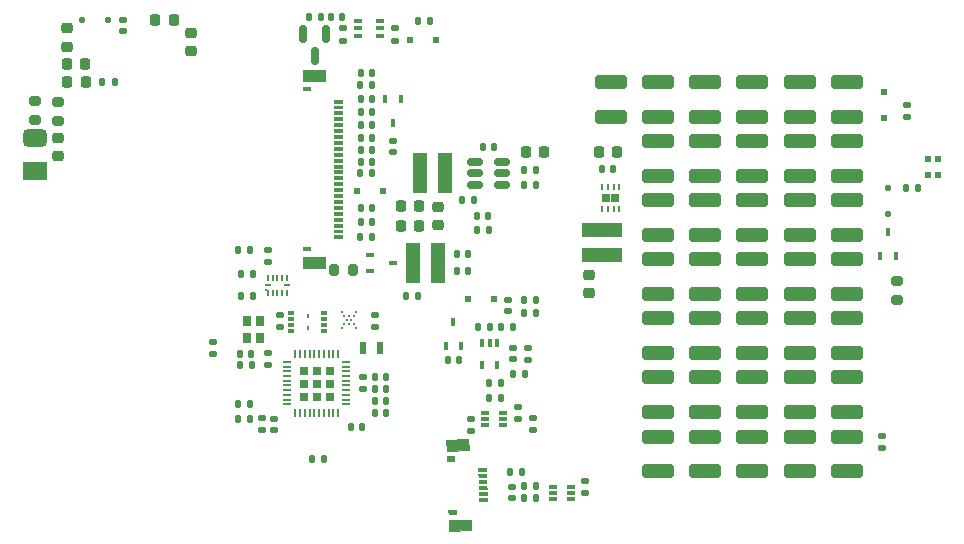
<source format=gbr>
%TF.GenerationSoftware,KiCad,Pcbnew,7.99.0-1761-g0fd2efa283*%
%TF.CreationDate,2023-08-22T00:04:27+03:00*%
%TF.ProjectId,Kampela_G2,4b616d70-656c-4615-9f47-322e6b696361,rev?*%
%TF.SameCoordinates,Original*%
%TF.FileFunction,Paste,Top*%
%TF.FilePolarity,Positive*%
%FSLAX46Y46*%
G04 Gerber Fmt 4.6, Leading zero omitted, Abs format (unit mm)*
G04 Created by KiCad (PCBNEW 7.99.0-1761-g0fd2efa283) date 2023-08-22 00:04:27*
%MOMM*%
%LPD*%
G01*
G04 APERTURE LIST*
G04 Aperture macros list*
%AMRoundRect*
0 Rectangle with rounded corners*
0 $1 Rounding radius*
0 $2 $3 $4 $5 $6 $7 $8 $9 X,Y pos of 4 corners*
0 Add a 4 corners polygon primitive as box body*
4,1,4,$2,$3,$4,$5,$6,$7,$8,$9,$2,$3,0*
0 Add four circle primitives for the rounded corners*
1,1,$1+$1,$2,$3*
1,1,$1+$1,$4,$5*
1,1,$1+$1,$6,$7*
1,1,$1+$1,$8,$9*
0 Add four rect primitives between the rounded corners*
20,1,$1+$1,$2,$3,$4,$5,0*
20,1,$1+$1,$4,$5,$6,$7,0*
20,1,$1+$1,$6,$7,$8,$9,0*
20,1,$1+$1,$8,$9,$2,$3,0*%
G04 Aperture macros list end*
%ADD10C,0.010000*%
%ADD11C,0.120000*%
%ADD12RoundRect,0.140000X0.140000X0.170000X-0.140000X0.170000X-0.140000X-0.170000X0.140000X-0.170000X0*%
%ADD13RoundRect,0.135000X-0.135000X-0.185000X0.135000X-0.185000X0.135000X0.185000X-0.135000X0.185000X0*%
%ADD14RoundRect,0.250000X-1.100000X0.325000X-1.100000X-0.325000X1.100000X-0.325000X1.100000X0.325000X0*%
%ADD15RoundRect,0.135000X0.135000X0.185000X-0.135000X0.185000X-0.135000X-0.185000X0.135000X-0.185000X0*%
%ADD16RoundRect,0.135000X0.185000X-0.135000X0.185000X0.135000X-0.185000X0.135000X-0.185000X-0.135000X0*%
%ADD17RoundRect,0.140000X-0.140000X-0.170000X0.140000X-0.170000X0.140000X0.170000X-0.140000X0.170000X0*%
%ADD18RoundRect,0.135000X-0.185000X0.135000X-0.185000X-0.135000X0.185000X-0.135000X0.185000X0.135000X0*%
%ADD19R,0.700000X0.450000*%
%ADD20RoundRect,0.050000X0.050000X0.150000X-0.050000X0.150000X-0.050000X-0.150000X0.050000X-0.150000X0*%
%ADD21RoundRect,0.022500X0.237500X0.117500X-0.237500X0.117500X-0.237500X-0.117500X0.237500X-0.117500X0*%
%ADD22RoundRect,0.140000X-0.170000X0.140000X-0.170000X-0.140000X0.170000X-0.140000X0.170000X0.140000X0*%
%ADD23R,0.800000X0.400000*%
%ADD24R,0.450000X0.700000*%
%ADD25RoundRect,0.250000X1.100000X-0.325000X1.100000X0.325000X-1.100000X0.325000X-1.100000X-0.325000X0*%
%ADD26R,0.400000X0.650000*%
%ADD27RoundRect,0.150000X0.512500X0.150000X-0.512500X0.150000X-0.512500X-0.150000X0.512500X-0.150000X0*%
%ADD28R,2.000000X1.500000*%
%ADD29RoundRect,0.200000X0.275000X-0.200000X0.275000X0.200000X-0.275000X0.200000X-0.275000X-0.200000X0*%
%ADD30R,0.700000X0.340000*%
%ADD31RoundRect,0.225000X0.250000X-0.225000X0.250000X0.225000X-0.250000X0.225000X-0.250000X-0.225000X0*%
%ADD32R,0.650000X0.400000*%
%ADD33RoundRect,0.147500X0.147500X0.172500X-0.147500X0.172500X-0.147500X-0.172500X0.147500X-0.172500X0*%
%ADD34RoundRect,0.140000X0.170000X-0.140000X0.170000X0.140000X-0.170000X0.140000X-0.170000X-0.140000X0*%
%ADD35R,1.300000X3.400000*%
%ADD36R,0.600000X1.100000*%
%ADD37R,0.800000X0.900000*%
%ADD38RoundRect,0.225000X-0.225000X-0.250000X0.225000X-0.250000X0.225000X0.250000X-0.225000X0.250000X0*%
%ADD39R,0.200000X0.600000*%
%ADD40R,0.250000X0.150000*%
%ADD41R,0.600000X0.200000*%
%ADD42RoundRect,0.218750X0.218750X0.256250X-0.218750X0.256250X-0.218750X-0.256250X0.218750X-0.256250X0*%
%ADD43RoundRect,0.200000X-0.275000X0.200000X-0.275000X-0.200000X0.275000X-0.200000X0.275000X0.200000X0*%
%ADD44RoundRect,0.125000X0.125000X0.125000X-0.125000X0.125000X-0.125000X-0.125000X0.125000X-0.125000X0*%
%ADD45RoundRect,0.225000X-0.250000X0.225000X-0.250000X-0.225000X0.250000X-0.225000X0.250000X0.225000X0*%
%ADD46RoundRect,0.200000X0.200000X0.275000X-0.200000X0.275000X-0.200000X-0.275000X0.200000X-0.275000X0*%
%ADD47C,0.200000*%
%ADD48R,0.200000X0.740000*%
%ADD49R,0.740000X0.200000*%
%ADD50RoundRect,0.150000X-0.150000X0.587500X-0.150000X-0.587500X0.150000X-0.587500X0.150000X0.587500X0*%
%ADD51R,0.500000X0.500000*%
%ADD52R,0.600000X0.600000*%
%ADD53R,3.400000X1.300000*%
%ADD54RoundRect,0.218750X0.256250X-0.218750X0.256250X0.218750X-0.256250X0.218750X-0.256250X-0.218750X0*%
%ADD55R,0.650000X0.750000*%
%ADD56R,0.250000X0.500000*%
%ADD57RoundRect,0.225000X0.225000X0.250000X-0.225000X0.250000X-0.225000X-0.250000X0.225000X-0.250000X0*%
%ADD58RoundRect,0.125000X-0.125000X0.125000X-0.125000X-0.125000X0.125000X-0.125000X0.125000X0.125000X0*%
%ADD59RoundRect,0.375000X-0.625000X-0.375000X0.625000X-0.375000X0.625000X0.375000X-0.625000X0.375000X0*%
%ADD60RoundRect,0.147500X0.172500X-0.147500X0.172500X0.147500X-0.172500X0.147500X-0.172500X-0.147500X0*%
G04 APERTURE END LIST*
D10*
%TO.C,J4*%
X112750000Y-103140000D02*
X110900000Y-103140000D01*
X110900000Y-102240000D01*
X112750000Y-102240000D01*
X112750000Y-103140000D01*
G36*
X112750000Y-103140000D02*
G01*
X110900000Y-103140000D01*
X110900000Y-102240000D01*
X112750000Y-102240000D01*
X112750000Y-103140000D01*
G37*
X112750000Y-118940000D02*
X110900000Y-118940000D01*
X110900000Y-118040000D01*
X112750000Y-118040000D01*
X112750000Y-118940000D01*
G36*
X112750000Y-118940000D02*
G01*
X110900000Y-118940000D01*
X110900000Y-118040000D01*
X112750000Y-118040000D01*
X112750000Y-118940000D01*
G37*
X114200000Y-104960000D02*
X113550000Y-104960000D01*
X113550000Y-104710000D01*
X114200000Y-104710000D01*
X114200000Y-104960000D01*
G36*
X114200000Y-104960000D02*
G01*
X113550000Y-104960000D01*
X113550000Y-104710000D01*
X114200000Y-104710000D01*
X114200000Y-104960000D01*
G37*
X114200000Y-105460000D02*
X113550000Y-105460000D01*
X113550000Y-105210000D01*
X114200000Y-105210000D01*
X114200000Y-105460000D01*
G36*
X114200000Y-105460000D02*
G01*
X113550000Y-105460000D01*
X113550000Y-105210000D01*
X114200000Y-105210000D01*
X114200000Y-105460000D01*
G37*
X114200000Y-105960000D02*
X113550000Y-105960000D01*
X113550000Y-105710000D01*
X114200000Y-105710000D01*
X114200000Y-105960000D01*
G36*
X114200000Y-105960000D02*
G01*
X113550000Y-105960000D01*
X113550000Y-105710000D01*
X114200000Y-105710000D01*
X114200000Y-105960000D01*
G37*
X114200000Y-106460000D02*
X113550000Y-106460000D01*
X113550000Y-106210000D01*
X114200000Y-106210000D01*
X114200000Y-106460000D01*
G36*
X114200000Y-106460000D02*
G01*
X113550000Y-106460000D01*
X113550000Y-106210000D01*
X114200000Y-106210000D01*
X114200000Y-106460000D01*
G37*
X114200000Y-106960000D02*
X113550000Y-106960000D01*
X113550000Y-106710000D01*
X114200000Y-106710000D01*
X114200000Y-106960000D01*
G36*
X114200000Y-106960000D02*
G01*
X113550000Y-106960000D01*
X113550000Y-106710000D01*
X114200000Y-106710000D01*
X114200000Y-106960000D01*
G37*
X114200000Y-107460000D02*
X113550000Y-107460000D01*
X113550000Y-107210000D01*
X114200000Y-107210000D01*
X114200000Y-107460000D01*
G36*
X114200000Y-107460000D02*
G01*
X113550000Y-107460000D01*
X113550000Y-107210000D01*
X114200000Y-107210000D01*
X114200000Y-107460000D01*
G37*
X114200000Y-107960000D02*
X113550000Y-107960000D01*
X113550000Y-107710000D01*
X114200000Y-107710000D01*
X114200000Y-107960000D01*
G36*
X114200000Y-107960000D02*
G01*
X113550000Y-107960000D01*
X113550000Y-107710000D01*
X114200000Y-107710000D01*
X114200000Y-107960000D01*
G37*
X114200000Y-108460000D02*
X113550000Y-108460000D01*
X113550000Y-108210000D01*
X114200000Y-108210000D01*
X114200000Y-108460000D01*
G36*
X114200000Y-108460000D02*
G01*
X113550000Y-108460000D01*
X113550000Y-108210000D01*
X114200000Y-108210000D01*
X114200000Y-108460000D01*
G37*
X114200000Y-108960000D02*
X113550000Y-108960000D01*
X113550000Y-108710000D01*
X114200000Y-108710000D01*
X114200000Y-108960000D01*
G36*
X114200000Y-108960000D02*
G01*
X113550000Y-108960000D01*
X113550000Y-108710000D01*
X114200000Y-108710000D01*
X114200000Y-108960000D01*
G37*
X114200000Y-109460000D02*
X113550000Y-109460000D01*
X113550000Y-109210000D01*
X114200000Y-109210000D01*
X114200000Y-109460000D01*
G36*
X114200000Y-109460000D02*
G01*
X113550000Y-109460000D01*
X113550000Y-109210000D01*
X114200000Y-109210000D01*
X114200000Y-109460000D01*
G37*
X114200000Y-109960000D02*
X113550000Y-109960000D01*
X113550000Y-109710000D01*
X114200000Y-109709999D01*
X114200000Y-109960000D01*
G36*
X114200000Y-109960000D02*
G01*
X113550000Y-109960000D01*
X113550000Y-109710000D01*
X114200000Y-109709999D01*
X114200000Y-109960000D01*
G37*
X114200000Y-110460000D02*
X113550000Y-110460000D01*
X113550000Y-110210000D01*
X114200000Y-110210000D01*
X114200000Y-110460000D01*
G36*
X114200000Y-110460000D02*
G01*
X113550000Y-110460000D01*
X113550000Y-110210000D01*
X114200000Y-110210000D01*
X114200000Y-110460000D01*
G37*
X114200000Y-110960000D02*
X113550000Y-110960000D01*
X113550000Y-110710000D01*
X114200000Y-110710000D01*
X114200000Y-110960000D01*
G36*
X114200000Y-110960000D02*
G01*
X113550000Y-110960000D01*
X113550000Y-110710000D01*
X114200000Y-110710000D01*
X114200000Y-110960000D01*
G37*
X114200000Y-111460000D02*
X113550000Y-111460000D01*
X113550000Y-111210000D01*
X114200000Y-111210000D01*
X114200000Y-111460000D01*
G36*
X114200000Y-111460000D02*
G01*
X113550000Y-111460000D01*
X113550000Y-111210000D01*
X114200000Y-111210000D01*
X114200000Y-111460000D01*
G37*
X114200000Y-111960000D02*
X113550000Y-111960000D01*
X113550000Y-111710000D01*
X114200000Y-111710000D01*
X114200000Y-111960000D01*
G36*
X114200000Y-111960000D02*
G01*
X113550000Y-111960000D01*
X113550000Y-111710000D01*
X114200000Y-111710000D01*
X114200000Y-111960000D01*
G37*
X114200000Y-112460000D02*
X113550000Y-112460000D01*
X113550000Y-112210000D01*
X114200000Y-112210000D01*
X114200000Y-112460000D01*
G36*
X114200000Y-112460000D02*
G01*
X113550000Y-112460000D01*
X113550000Y-112210000D01*
X114200000Y-112210000D01*
X114200000Y-112460000D01*
G37*
X114200000Y-112960001D02*
X113550000Y-112960000D01*
X113550000Y-112710000D01*
X114200000Y-112710000D01*
X114200000Y-112960001D01*
G36*
X114200000Y-112960001D02*
G01*
X113550000Y-112960000D01*
X113550000Y-112710000D01*
X114200000Y-112710000D01*
X114200000Y-112960001D01*
G37*
X114200000Y-113460000D02*
X113550000Y-113460000D01*
X113550000Y-113210000D01*
X114200000Y-113210000D01*
X114200000Y-113460000D01*
G36*
X114200000Y-113460000D02*
G01*
X113550000Y-113460000D01*
X113550000Y-113210000D01*
X114200000Y-113210000D01*
X114200000Y-113460000D01*
G37*
X114200000Y-113960000D02*
X113550000Y-113960000D01*
X113550000Y-113710000D01*
X114200000Y-113710000D01*
X114200000Y-113960000D01*
G36*
X114200000Y-113960000D02*
G01*
X113550000Y-113960000D01*
X113550000Y-113710000D01*
X114200000Y-113710000D01*
X114200000Y-113960000D01*
G37*
X114200000Y-114460000D02*
X113550000Y-114460000D01*
X113550000Y-114210000D01*
X114200000Y-114210000D01*
X114200000Y-114460000D01*
G36*
X114200000Y-114460000D02*
G01*
X113550000Y-114460000D01*
X113550000Y-114210000D01*
X114200000Y-114210000D01*
X114200000Y-114460000D01*
G37*
X114200000Y-114960000D02*
X113550000Y-114960000D01*
X113550000Y-114710000D01*
X114200000Y-114710000D01*
X114200000Y-114960000D01*
G36*
X114200000Y-114960000D02*
G01*
X113550000Y-114960000D01*
X113550000Y-114710000D01*
X114200000Y-114710000D01*
X114200000Y-114960000D01*
G37*
X114200000Y-115460000D02*
X113550000Y-115460000D01*
X113550000Y-115210000D01*
X114200000Y-115210000D01*
X114200000Y-115460000D01*
G36*
X114200000Y-115460000D02*
G01*
X113550000Y-115460000D01*
X113550000Y-115210000D01*
X114200000Y-115210000D01*
X114200000Y-115460000D01*
G37*
X114200000Y-115960000D02*
X113550000Y-115960000D01*
X113550000Y-115710000D01*
X114200000Y-115710000D01*
X114200000Y-115960000D01*
G36*
X114200000Y-115960000D02*
G01*
X113550000Y-115960000D01*
X113550000Y-115710000D01*
X114200000Y-115710000D01*
X114200000Y-115960000D01*
G37*
X114200000Y-116460000D02*
X113550000Y-116460000D01*
X113550000Y-116210000D01*
X114200000Y-116210000D01*
X114200000Y-116460000D01*
G36*
X114200000Y-116460000D02*
G01*
X113550000Y-116460000D01*
X113550000Y-116210000D01*
X114200000Y-116210000D01*
X114200000Y-116460000D01*
G37*
D11*
%TO.C,U6*%
X111280000Y-127910000D02*
X110680000Y-127910000D01*
X110680000Y-127310000D01*
X111280000Y-127310000D01*
X111280000Y-127910000D01*
G36*
X111280000Y-127910000D02*
G01*
X110680000Y-127910000D01*
X110680000Y-127310000D01*
X111280000Y-127310000D01*
X111280000Y-127910000D01*
G37*
X111280000Y-129010000D02*
X110680000Y-129010000D01*
X110680000Y-128410000D01*
X111280000Y-128410000D01*
X111280000Y-129010000D01*
G36*
X111280000Y-129010000D02*
G01*
X110680000Y-129010000D01*
X110680000Y-128410000D01*
X111280000Y-128410000D01*
X111280000Y-129010000D01*
G37*
X111280000Y-130110000D02*
X110680000Y-130110000D01*
X110680000Y-129510000D01*
X111280000Y-129510000D01*
X111280000Y-130110000D01*
G36*
X111280000Y-130110000D02*
G01*
X110680000Y-130110000D01*
X110680000Y-129510000D01*
X111280000Y-129510000D01*
X111280000Y-130110000D01*
G37*
X112380000Y-127910000D02*
X111780000Y-127910000D01*
X111780000Y-127310000D01*
X112380000Y-127310000D01*
X112380000Y-127910000D01*
G36*
X112380000Y-127910000D02*
G01*
X111780000Y-127910000D01*
X111780000Y-127310000D01*
X112380000Y-127310000D01*
X112380000Y-127910000D01*
G37*
X112380000Y-129010000D02*
X111780000Y-129010000D01*
X111780000Y-128410000D01*
X112380000Y-128410000D01*
X112380000Y-129010000D01*
G36*
X112380000Y-129010000D02*
G01*
X111780000Y-129010000D01*
X111780000Y-128410000D01*
X112380000Y-128410000D01*
X112380000Y-129010000D01*
G37*
X112380000Y-130110000D02*
X111780000Y-130110000D01*
X111780000Y-129510000D01*
X112380000Y-129510000D01*
X112380000Y-130110000D01*
G36*
X112380000Y-130110000D02*
G01*
X111780000Y-130110000D01*
X111780000Y-129510000D01*
X112380000Y-129510000D01*
X112380000Y-130110000D01*
G37*
X113480000Y-127910000D02*
X112880000Y-127910000D01*
X112880000Y-127310000D01*
X113480000Y-127310000D01*
X113480000Y-127910000D01*
G36*
X113480000Y-127910000D02*
G01*
X112880000Y-127910000D01*
X112880000Y-127310000D01*
X113480000Y-127310000D01*
X113480000Y-127910000D01*
G37*
X113480000Y-129010000D02*
X112880000Y-129010000D01*
X112880000Y-128410000D01*
X113480000Y-128410000D01*
X113480000Y-129010000D01*
G36*
X113480000Y-129010000D02*
G01*
X112880000Y-129010000D01*
X112880000Y-128410000D01*
X113480000Y-128410000D01*
X113480000Y-129010000D01*
G37*
X113480000Y-130110000D02*
X112880000Y-130110000D01*
X112880000Y-129510000D01*
X113480000Y-129510000D01*
X113480000Y-130110000D01*
G36*
X113480000Y-130110000D02*
G01*
X112880000Y-130110000D01*
X112880000Y-129510000D01*
X113480000Y-129510000D01*
X113480000Y-130110000D01*
G37*
D10*
%TO.C,J5*%
X123709197Y-135316434D02*
X123114461Y-135334190D01*
X123102226Y-134924373D01*
X123696969Y-134906617D01*
X123709197Y-135316434D01*
G36*
X123709197Y-135316434D02*
G01*
X123114461Y-135334190D01*
X123102226Y-134924373D01*
X123696969Y-134906617D01*
X123709197Y-135316434D01*
G37*
X123843182Y-139804435D02*
X123248446Y-139822191D01*
X123236808Y-139432364D01*
X123831543Y-139414609D01*
X123843182Y-139804435D01*
G36*
X123843182Y-139804435D02*
G01*
X123248446Y-139822191D01*
X123236808Y-139432364D01*
X123831543Y-139414609D01*
X123843182Y-139804435D01*
G37*
X124936781Y-134379385D02*
X123087605Y-134434591D01*
X123060748Y-133534992D01*
X124909924Y-133479786D01*
X124936781Y-134379385D01*
G36*
X124936781Y-134379385D02*
G01*
X123087605Y-134434591D01*
X123060748Y-133534992D01*
X124909924Y-133479786D01*
X124936781Y-134379385D01*
G37*
X125139697Y-141176357D02*
X123290521Y-141231563D01*
X123263665Y-140331964D01*
X125112841Y-140276757D01*
X125139697Y-141176357D01*
G36*
X125139697Y-141176357D02*
G01*
X123290521Y-141231563D01*
X123263665Y-140331964D01*
X125112841Y-140276757D01*
X125139697Y-141176357D01*
G37*
X126415605Y-136161049D02*
X125765895Y-136180446D01*
X125758434Y-135930557D01*
X126408145Y-135911161D01*
X126415605Y-136161049D01*
G36*
X126415605Y-136161049D02*
G01*
X125765895Y-136180446D01*
X125758434Y-135930557D01*
X126408145Y-135911161D01*
X126415605Y-136161049D01*
G37*
X126430526Y-136660827D02*
X125780815Y-136680223D01*
X125773355Y-136430334D01*
X126423066Y-136410938D01*
X126430526Y-136660827D01*
G36*
X126430526Y-136660827D02*
G01*
X125780815Y-136680223D01*
X125773355Y-136430334D01*
X126423066Y-136410938D01*
X126430526Y-136660827D01*
G37*
X126445445Y-137160604D02*
X125795735Y-137180001D01*
X125788275Y-136930112D01*
X126437985Y-136910716D01*
X126445445Y-137160604D01*
G36*
X126445445Y-137160604D02*
G01*
X125795735Y-137180001D01*
X125788275Y-136930112D01*
X126437985Y-136910716D01*
X126445445Y-137160604D01*
G37*
X126460367Y-137660382D02*
X125810657Y-137679778D01*
X125803196Y-137429889D01*
X126452907Y-137410493D01*
X126460367Y-137660382D01*
G36*
X126460367Y-137660382D02*
G01*
X125810657Y-137679778D01*
X125803196Y-137429889D01*
X126452907Y-137410493D01*
X126460367Y-137660382D01*
G37*
X126475287Y-138160159D02*
X125825576Y-138179554D01*
X125818116Y-137929667D01*
X126467826Y-137910270D01*
X126475287Y-138160159D01*
G36*
X126475287Y-138160159D02*
G01*
X125825576Y-138179554D01*
X125818116Y-137929667D01*
X126467826Y-137910270D01*
X126475287Y-138160159D01*
G37*
X126490207Y-138659936D02*
X125840497Y-138679333D01*
X125833036Y-138429444D01*
X126482747Y-138410048D01*
X126490207Y-138659936D01*
G36*
X126490207Y-138659936D02*
G01*
X125840497Y-138679333D01*
X125833036Y-138429444D01*
X126482747Y-138410048D01*
X126490207Y-138659936D01*
G37*
%TD*%
D12*
%TO.C,C25*%
X137165000Y-110590000D03*
X136205000Y-110590000D03*
%TD*%
%TO.C,C52*%
X116755000Y-106830000D03*
X115795000Y-106830000D03*
%TD*%
D13*
%TO.C,R2*%
X129630000Y-122740000D03*
X130650000Y-122740000D03*
%TD*%
D14*
%TO.C,C76*%
X152960000Y-113235001D03*
X152960000Y-116185001D03*
%TD*%
D15*
%TO.C,R26*%
X129470000Y-136210000D03*
X128450000Y-136210000D03*
%TD*%
%TO.C,R29*%
X130620000Y-137460000D03*
X129600000Y-137460000D03*
%TD*%
D16*
%TO.C,R5*%
X129960000Y-126720000D03*
X129960000Y-125700000D03*
%TD*%
D17*
%TO.C,C26*%
X124405000Y-113210000D03*
X125365000Y-113210000D03*
%TD*%
D15*
%TO.C,R30*%
X162970000Y-112210000D03*
X161950000Y-112210000D03*
%TD*%
D13*
%TO.C,R6*%
X129600000Y-138460000D03*
X130620000Y-138460000D03*
%TD*%
D18*
%TO.C,R12*%
X107460000Y-131700000D03*
X107460000Y-132720000D03*
%TD*%
D19*
%TO.C,Q2*%
X116560000Y-117890000D03*
X116560000Y-119190000D03*
X118560000Y-118540000D03*
%TD*%
D20*
%TO.C,U4*%
X111330000Y-124011250D03*
X111330000Y-123011250D03*
D21*
X112730000Y-124261250D03*
X112730000Y-123761250D03*
X112730000Y-123261250D03*
X112730000Y-122761250D03*
X109930000Y-122761250D03*
X109930000Y-123261250D03*
X109930000Y-123761250D03*
X109930000Y-124261250D03*
%TD*%
D14*
%TO.C,C62*%
X144961000Y-123210000D03*
X144961000Y-126160000D03*
%TD*%
D22*
%TO.C,C20*%
X108460000Y-131730000D03*
X108460000Y-132690000D03*
%TD*%
D18*
%TO.C,R17*%
X162070000Y-105185000D03*
X162070000Y-106205000D03*
%TD*%
D23*
%TO.C,J4*%
X111300000Y-103835000D03*
X111300000Y-117335000D03*
%TD*%
D24*
%TO.C,Q5*%
X159810000Y-117960000D03*
X161110000Y-117960000D03*
X160460000Y-115960000D03*
%TD*%
D25*
%TO.C,C61*%
X144960000Y-121185001D03*
X144960000Y-118235001D03*
%TD*%
D26*
%TO.C,U1*%
X127360000Y-125290000D03*
X126710000Y-125290000D03*
X126060000Y-125290000D03*
X126060000Y-127190000D03*
X127360000Y-127190000D03*
%TD*%
D12*
%TO.C,C40*%
X106550000Y-126210000D03*
X105590000Y-126210000D03*
%TD*%
D22*
%TO.C,C57*%
X128610000Y-137480000D03*
X128610000Y-138440000D03*
%TD*%
D27*
%TO.C,U2*%
X127772500Y-111910000D03*
X127772500Y-110960000D03*
X127772500Y-110010000D03*
X125497500Y-110010000D03*
X125497500Y-110960000D03*
X125497500Y-111910000D03*
%TD*%
D13*
%TO.C,R35*%
X119650000Y-121310000D03*
X120670000Y-121310000D03*
%TD*%
%TO.C,R11*%
X105450000Y-131710000D03*
X106470000Y-131710000D03*
%TD*%
D28*
%TO.C,J2*%
X88210000Y-110740000D03*
%TD*%
D14*
%TO.C,C74*%
X152960000Y-103235001D03*
X152960000Y-106185001D03*
%TD*%
%TO.C,C78*%
X152960000Y-123235001D03*
X152960000Y-126185001D03*
%TD*%
D13*
%TO.C,R34*%
X105450000Y-117440000D03*
X106470000Y-117440000D03*
%TD*%
D14*
%TO.C,C8*%
X156960000Y-123235001D03*
X156960000Y-126185001D03*
%TD*%
D29*
%TO.C,R10*%
X90210000Y-106535001D03*
X90210000Y-104885001D03*
%TD*%
D30*
%TO.C,Q3*%
X126360000Y-131220000D03*
X126360000Y-131720000D03*
X126360000Y-132220000D03*
X127860000Y-132220000D03*
X127860000Y-131720000D03*
X127860000Y-131220000D03*
%TD*%
%TO.C,Q4*%
X133580000Y-138485000D03*
X133580000Y-137985000D03*
X133580000Y-137485000D03*
X132080000Y-137485000D03*
X132080000Y-137985000D03*
X132080000Y-138485000D03*
%TD*%
D31*
%TO.C,C21*%
X101460000Y-100635000D03*
X101460000Y-99085000D03*
%TD*%
D25*
%TO.C,C77*%
X152960000Y-121185001D03*
X152960000Y-118235001D03*
%TD*%
D14*
%TO.C,C66*%
X148960000Y-103235001D03*
X148960000Y-106185001D03*
%TD*%
D15*
%TO.C,R3*%
X127720000Y-128710000D03*
X126700000Y-128710000D03*
%TD*%
D17*
%TO.C,C87*%
X113300000Y-97685000D03*
X114260000Y-97685000D03*
%TD*%
D25*
%TO.C,C71*%
X148960000Y-131185001D03*
X148960000Y-128235001D03*
%TD*%
D17*
%TO.C,C27*%
X125650000Y-114540000D03*
X126610000Y-114540000D03*
%TD*%
D18*
%TO.C,R18*%
X107980000Y-126200000D03*
X107980000Y-127220000D03*
%TD*%
D25*
%TO.C,C13*%
X140960000Y-131185001D03*
X140960000Y-128235001D03*
%TD*%
D22*
%TO.C,C33*%
X116980000Y-122980000D03*
X116980000Y-123940000D03*
%TD*%
D25*
%TO.C,C63*%
X144960000Y-131185001D03*
X144960000Y-128235001D03*
%TD*%
D12*
%TO.C,C23*%
X127115000Y-108710000D03*
X126155000Y-108710000D03*
%TD*%
D31*
%TO.C,C12*%
X90960000Y-100235001D03*
X90960000Y-98685001D03*
%TD*%
D32*
%TO.C,Q9*%
X115550000Y-98035000D03*
X115550000Y-98685000D03*
X115550000Y-99335000D03*
X117450000Y-99335000D03*
X117450000Y-98685000D03*
X117450000Y-98035000D03*
%TD*%
D33*
%TO.C,FB1*%
X129680000Y-127960000D03*
X128710000Y-127960000D03*
%TD*%
D25*
%TO.C,C59*%
X144960000Y-111185001D03*
X144960000Y-108235001D03*
%TD*%
D34*
%TO.C,C3*%
X128260000Y-122620000D03*
X128260000Y-121660000D03*
%TD*%
D18*
%TO.C,R33*%
X107960000Y-117440000D03*
X107960000Y-118460000D03*
%TD*%
D35*
%TO.C,L1*%
X122935000Y-110960000D03*
X120835000Y-110960000D03*
%TD*%
D17*
%TO.C,C48*%
X115795000Y-105730000D03*
X116755000Y-105730000D03*
%TD*%
D36*
%TO.C,Y1*%
X117430000Y-125710000D03*
X116030000Y-125710000D03*
%TD*%
D22*
%TO.C,C28*%
X159960000Y-133230000D03*
X159960000Y-134190000D03*
%TD*%
D37*
%TO.C,Y2*%
X107280000Y-124860000D03*
X107280000Y-123460000D03*
X106180000Y-123460000D03*
X106180000Y-124860000D03*
%TD*%
D14*
%TO.C,C60*%
X144960000Y-113235001D03*
X144960000Y-116185001D03*
%TD*%
D34*
%TO.C,C32*%
X108980000Y-123940000D03*
X108980000Y-122980000D03*
%TD*%
D13*
%TO.C,R1*%
X93940000Y-103210001D03*
X94960000Y-103210001D03*
%TD*%
D12*
%TO.C,C49*%
X116780000Y-115110000D03*
X115820000Y-115110000D03*
%TD*%
D14*
%TO.C,C72*%
X148960000Y-133235001D03*
X148960000Y-136185001D03*
%TD*%
D13*
%TO.C,R24*%
X115780000Y-110955000D03*
X116800000Y-110955000D03*
%TD*%
D25*
%TO.C,C69*%
X148960000Y-121185001D03*
X148960000Y-118235001D03*
%TD*%
D17*
%TO.C,C47*%
X115780000Y-103430000D03*
X116740000Y-103430000D03*
%TD*%
D38*
%TO.C,C31*%
X119210000Y-113740000D03*
X120760000Y-113740000D03*
%TD*%
D12*
%TO.C,C54*%
X116760000Y-102430000D03*
X115800000Y-102430000D03*
%TD*%
D25*
%TO.C,C19*%
X140960000Y-111185001D03*
X140960000Y-108235001D03*
%TD*%
D14*
%TO.C,C84*%
X156960000Y-113235001D03*
X156960000Y-116185001D03*
%TD*%
D13*
%TO.C,R7*%
X127710000Y-123960000D03*
X128730000Y-123960000D03*
%TD*%
D31*
%TO.C,C30*%
X135160000Y-121115000D03*
X135160000Y-119565000D03*
%TD*%
D14*
%TO.C,C70*%
X148960000Y-123235001D03*
X148960000Y-126185001D03*
%TD*%
D39*
%TO.C,U7*%
X107960000Y-121090000D03*
D40*
X107785000Y-120865000D03*
D39*
X108360000Y-121090000D03*
X108760000Y-121090000D03*
X109160000Y-121090000D03*
X109560000Y-121090000D03*
D41*
X109560000Y-120440000D03*
D39*
X109560000Y-119790000D03*
X109160000Y-119790000D03*
X108760000Y-119790000D03*
X108360000Y-119790000D03*
X107960000Y-119790000D03*
D41*
X107960000Y-120440000D03*
%TD*%
D12*
%TO.C,C50*%
X116760000Y-109955000D03*
X115800000Y-109955000D03*
%TD*%
D42*
%TO.C,FB2*%
X99997500Y-97960000D03*
X98422500Y-97960000D03*
%TD*%
D43*
%TO.C,R9*%
X88210000Y-104810001D03*
X88210000Y-106460001D03*
%TD*%
D14*
%TO.C,C81*%
X140960000Y-123235001D03*
X140960000Y-126185001D03*
%TD*%
D25*
%TO.C,C65*%
X156960000Y-131185001D03*
X156960000Y-128235001D03*
%TD*%
%TO.C,C79*%
X152960000Y-131185001D03*
X152960000Y-128235001D03*
%TD*%
D17*
%TO.C,C37*%
X116980000Y-129210000D03*
X117940000Y-129210000D03*
%TD*%
%TO.C,C35*%
X116980000Y-131210000D03*
X117940000Y-131210000D03*
%TD*%
D13*
%TO.C,R4*%
X125700000Y-123960000D03*
X126720000Y-123960000D03*
%TD*%
D14*
%TO.C,C58*%
X144960000Y-103235001D03*
X144960000Y-106185001D03*
%TD*%
D44*
%TO.C,D6*%
X94450000Y-97935000D03*
X92250000Y-97935000D03*
%TD*%
D14*
%TO.C,C6*%
X140960000Y-113235001D03*
X140960000Y-116185001D03*
%TD*%
%TO.C,C73*%
X156960000Y-133235001D03*
X156960000Y-136185001D03*
%TD*%
D12*
%TO.C,C56*%
X116780000Y-113880000D03*
X115820000Y-113880000D03*
%TD*%
D45*
%TO.C,C9*%
X90210000Y-107960001D03*
X90210000Y-109510001D03*
%TD*%
D46*
%TO.C,R22*%
X115160000Y-119140000D03*
X113510000Y-119140000D03*
%TD*%
D17*
%TO.C,C38*%
X116980000Y-130210000D03*
X117940000Y-130210000D03*
%TD*%
D13*
%TO.C,R40*%
X111390000Y-97685000D03*
X112410000Y-97685000D03*
%TD*%
D17*
%TO.C,C44*%
X123960000Y-117740000D03*
X124920000Y-117740000D03*
%TD*%
D35*
%TO.C,L3*%
X122360000Y-118540000D03*
X120260000Y-118540000D03*
%TD*%
D38*
%TO.C,C24*%
X135960000Y-109140000D03*
X137510000Y-109140000D03*
%TD*%
D12*
%TO.C,C55*%
X116760000Y-107955000D03*
X115800000Y-107955000D03*
%TD*%
%TO.C,C43*%
X124920000Y-119240000D03*
X123960000Y-119240000D03*
%TD*%
D15*
%TO.C,R31*%
X112670000Y-135150001D03*
X111650000Y-135150001D03*
%TD*%
D13*
%TO.C,R15*%
X125640000Y-115790000D03*
X126660000Y-115790000D03*
%TD*%
D16*
%TO.C,R42*%
X114300000Y-99705000D03*
X114300000Y-98685000D03*
%TD*%
D13*
%TO.C,R13*%
X120690000Y-98059999D03*
X121710000Y-98059999D03*
%TD*%
D14*
%TO.C,C68*%
X148960000Y-113235001D03*
X148960000Y-116185001D03*
%TD*%
D25*
%TO.C,C75*%
X152960000Y-111185001D03*
X152960000Y-108235001D03*
%TD*%
D29*
%TO.C,R32*%
X161210000Y-121710001D03*
X161210000Y-120060001D03*
%TD*%
D18*
%TO.C,R23*%
X134830000Y-136975000D03*
X134830000Y-137995000D03*
%TD*%
D17*
%TO.C,C1*%
X123180000Y-126740000D03*
X124140000Y-126740000D03*
%TD*%
D18*
%TO.C,R20*%
X129110000Y-130700000D03*
X129110000Y-131720000D03*
%TD*%
D12*
%TO.C,C51*%
X116760000Y-108955000D03*
X115800000Y-108955000D03*
%TD*%
D47*
%TO.C,U5*%
X115410000Y-122671250D03*
X115410000Y-124071250D03*
X115210000Y-123021250D03*
X115210000Y-123721250D03*
X115010000Y-123371250D03*
X114810000Y-123021250D03*
X114810000Y-123721250D03*
X114610000Y-123371250D03*
X114410000Y-123021250D03*
X114410000Y-123721250D03*
X114210000Y-122671250D03*
X114210000Y-124071250D03*
%TD*%
D14*
%TO.C,C17*%
X140960000Y-133235001D03*
X140960000Y-136185001D03*
%TD*%
D12*
%TO.C,C39*%
X115940000Y-132460000D03*
X114980000Y-132460000D03*
%TD*%
D38*
%TO.C,C29*%
X119210000Y-115440000D03*
X120760000Y-115440000D03*
%TD*%
D48*
%TO.C,U6*%
X113880000Y-126210000D03*
X113480000Y-126210000D03*
X113080000Y-126210000D03*
X112680000Y-126210000D03*
X112280000Y-126210000D03*
X111880000Y-126210000D03*
X111480000Y-126210000D03*
X111080000Y-126210000D03*
X110680000Y-126210000D03*
X110280000Y-126210000D03*
D49*
X109580000Y-126910000D03*
X109580000Y-127310000D03*
X109580000Y-127710000D03*
X109580000Y-128110000D03*
X109580000Y-128510000D03*
X109580000Y-128910000D03*
X109580000Y-129310000D03*
X109580000Y-129710000D03*
X109580000Y-130110000D03*
X109580000Y-130510000D03*
D48*
X110280000Y-131210000D03*
X110680000Y-131210000D03*
X111080000Y-131210000D03*
X111480000Y-131210000D03*
X111880000Y-131210000D03*
X112280000Y-131210000D03*
X112680000Y-131210000D03*
X113080000Y-131210000D03*
X113480000Y-131210000D03*
X113880000Y-131210000D03*
D49*
X114580000Y-130510000D03*
X114580000Y-130110000D03*
X114580000Y-129710000D03*
X114580000Y-129310000D03*
X114580000Y-128910000D03*
X114580000Y-128510000D03*
X114580000Y-128110000D03*
X114580000Y-127710000D03*
X114580000Y-127310000D03*
X114580000Y-126910000D03*
%TD*%
D22*
%TO.C,C86*%
X95700000Y-97935000D03*
X95700000Y-98895000D03*
%TD*%
D17*
%TO.C,C34*%
X105610000Y-127210000D03*
X106570000Y-127210000D03*
%TD*%
D16*
%TO.C,R21*%
X125110000Y-132740000D03*
X125110000Y-131720000D03*
%TD*%
D50*
%TO.C,Q8*%
X112850000Y-99147500D03*
X110950000Y-99147500D03*
X111900000Y-101022500D03*
%TD*%
D24*
%TO.C,D1*%
X123010000Y-125540000D03*
X124310000Y-125540000D03*
X123660000Y-123540000D03*
%TD*%
D51*
%TO.C,D7*%
X160080000Y-106235001D03*
X160080000Y-104035001D03*
%TD*%
D52*
%TO.C,D4*%
X164660000Y-109730002D03*
X164660000Y-111130002D03*
X163810000Y-109730002D03*
X163810000Y-111130002D03*
%TD*%
D53*
%TO.C,L2*%
X136210000Y-115740000D03*
X136210000Y-117840000D03*
%TD*%
D54*
%TO.C,FB4*%
X122360000Y-115340000D03*
X122360000Y-113765000D03*
%TD*%
D55*
%TO.C,U3*%
X137360000Y-113040000D03*
X136560000Y-113040000D03*
D56*
X137710000Y-112090000D03*
X137210000Y-112090000D03*
X136710000Y-112090000D03*
X136210000Y-112090000D03*
X136210000Y-113990000D03*
X136710000Y-113990000D03*
X137210000Y-113990000D03*
X137710000Y-113990000D03*
%TD*%
D18*
%TO.C,R27*%
X103330000Y-125225000D03*
X103330000Y-126245000D03*
%TD*%
D17*
%TO.C,C2*%
X129660000Y-121640000D03*
X130620000Y-121640000D03*
%TD*%
D12*
%TO.C,C53*%
X116755000Y-104630000D03*
X115795000Y-104630000D03*
%TD*%
D51*
%TO.C,D2*%
X127060000Y-121610001D03*
X124860000Y-121610001D03*
%TD*%
D57*
%TO.C,C22*%
X131360000Y-109140000D03*
X129810000Y-109140000D03*
%TD*%
D51*
%TO.C,D10*%
X115490000Y-112440000D03*
X117690000Y-112440000D03*
%TD*%
D15*
%TO.C,R25*%
X127720000Y-129960000D03*
X126700000Y-129960000D03*
%TD*%
D14*
%TO.C,C80*%
X152960000Y-133235001D03*
X152960000Y-136185001D03*
%TD*%
D17*
%TO.C,C36*%
X116980000Y-128210000D03*
X117940000Y-128210000D03*
%TD*%
D13*
%TO.C,R19*%
X115760000Y-116330000D03*
X116780000Y-116330000D03*
%TD*%
D22*
%TO.C,C46*%
X130360000Y-131690000D03*
X130360000Y-132650000D03*
%TD*%
D38*
%TO.C,C14*%
X90935000Y-101710001D03*
X92485000Y-101710001D03*
%TD*%
D24*
%TO.C,D9*%
X119190000Y-104670000D03*
X117890000Y-104670000D03*
X118540000Y-106670000D03*
%TD*%
D14*
%TO.C,C64*%
X144960000Y-133235001D03*
X144960000Y-136185001D03*
%TD*%
D58*
%TO.C,D8*%
X160460000Y-112210000D03*
X160460000Y-114410000D03*
%TD*%
D51*
%TO.C,D5*%
X122200000Y-99685000D03*
X120000000Y-99685000D03*
%TD*%
D25*
%TO.C,C67*%
X148960000Y-111185001D03*
X148960000Y-108235001D03*
%TD*%
D12*
%TO.C,C42*%
X106660000Y-119440000D03*
X105700000Y-119440000D03*
%TD*%
D38*
%TO.C,C16*%
X90960000Y-103210001D03*
X92510000Y-103210001D03*
%TD*%
D59*
%TO.C,J1*%
X88210000Y-107990000D03*
%TD*%
D15*
%TO.C,R14*%
X130655000Y-110710000D03*
X129635000Y-110710000D03*
%TD*%
D22*
%TO.C,C5*%
X128710000Y-125730000D03*
X128710000Y-126690000D03*
%TD*%
D14*
%TO.C,C82*%
X156960000Y-103235001D03*
X156960000Y-106185001D03*
%TD*%
%TO.C,C15*%
X140960000Y-103235001D03*
X140960000Y-106185001D03*
%TD*%
D13*
%TO.C,R28*%
X105450000Y-130460000D03*
X106470000Y-130460000D03*
%TD*%
D60*
%TO.C,FB3*%
X115980000Y-129195000D03*
X115980000Y-128225000D03*
%TD*%
D18*
%TO.C,R41*%
X118700000Y-98685000D03*
X118700000Y-99705000D03*
%TD*%
D14*
%TO.C,C11*%
X136960000Y-103235001D03*
X136960000Y-106185001D03*
%TD*%
D25*
%TO.C,C85*%
X156960000Y-121185001D03*
X156960000Y-118235001D03*
%TD*%
D13*
%TO.C,R16*%
X129635000Y-111960000D03*
X130655000Y-111960000D03*
%TD*%
D25*
%TO.C,C83*%
X156960000Y-111185001D03*
X156960000Y-108235001D03*
%TD*%
D17*
%TO.C,C41*%
X105700000Y-121340000D03*
X106660000Y-121340000D03*
%TD*%
D22*
%TO.C,C45*%
X118550000Y-108190000D03*
X118550000Y-109150000D03*
%TD*%
D25*
%TO.C,C10*%
X140960000Y-121185001D03*
X140960000Y-118235001D03*
%TD*%
M02*

</source>
